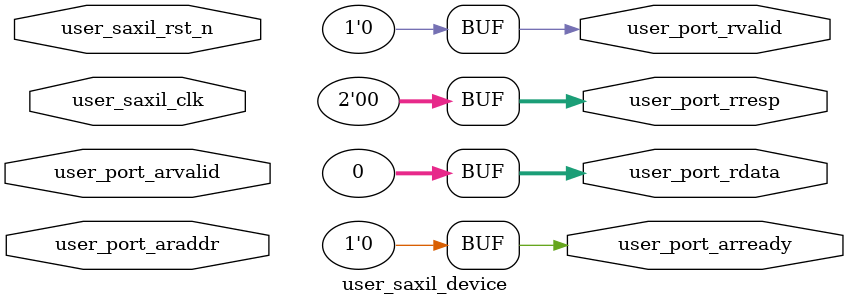
<source format=v>
module user_saxil_device (
	input wire user_saxil_clk,
	input wire user_saxil_rst_n,  // Asynchronous reset active low
	output reg user_port_arready,
	input wire user_port_arvalid,
	output reg user_port_rvalid,
	output reg [31:0] user_port_rdata,
	output reg [1:0] user_port_rresp,
	input wire [31:0] user_port_araddr
);

	always @(user_saxil_rst_n) begin
		user_port_arready <= 1'b0;
		user_port_rvalid <= 1'b0;
		user_port_rdata <= 1'b0;
		user_port_rresp <= 1'b0;
	end

	always @(posedge(user_saxil_clk) && user_saxil_rst_n) begin
		// Accepts all addresses
		// Returns Random Data for any address
		user_port_arready <= 1'b1;
		user_port_rdata <= $random;
		user_port_rvalid <= 1'b1;
		user_port_rresp <= 2'b00;
	end

endmodule
</source>
